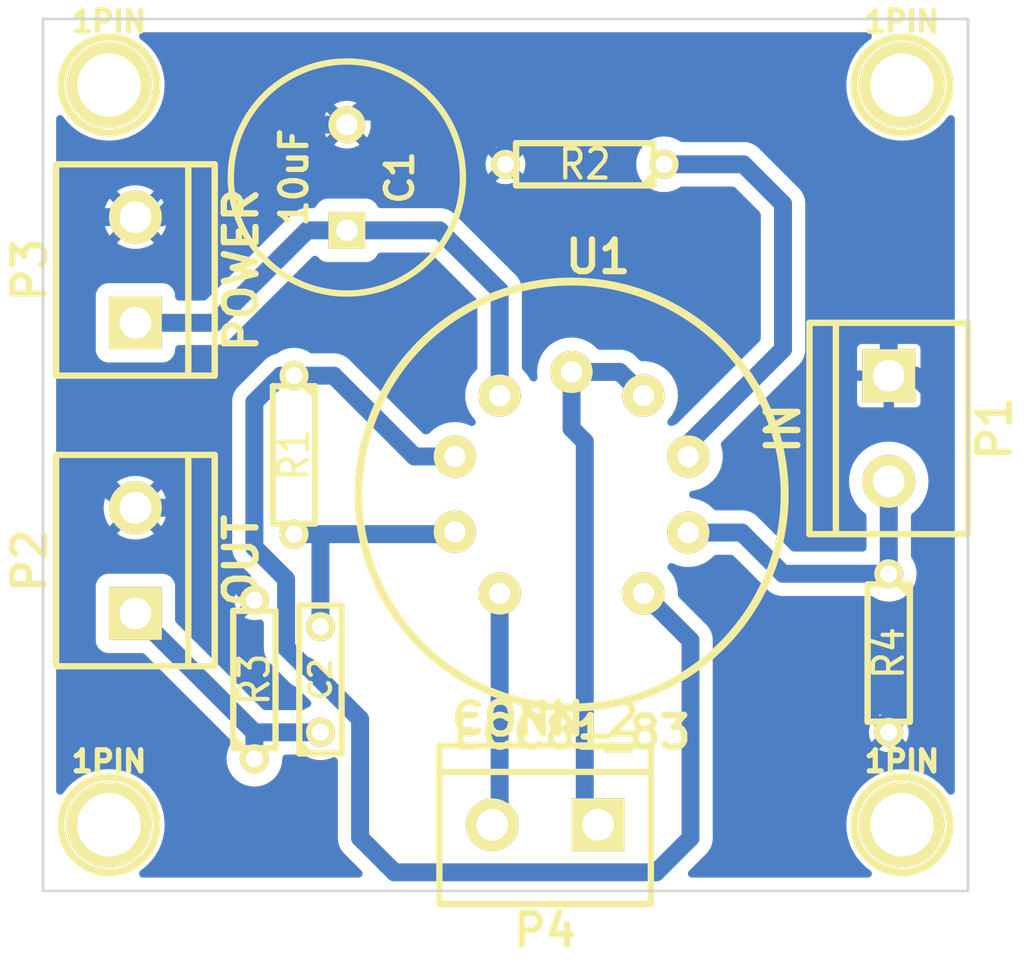
<source format=kicad_pcb>
(kicad_pcb (version 20221018) (generator pcbnew)
  (layers (0 "F.Cu" signal "Composant") (31 "B.Cu" signal "Cuivre") (34 "B.Paste" user "Dessous.Pate") (35 "F.Paste" user "Dessus.Pate") (36 "B.SilkS" user "Dessous.SilkS") (37 "F.SilkS" user "Dessus.SilkS") (38 "B.Mask" user "Dessous.Masque") (39 "F.Mask" user "Dessus.Masque") (44 "Edge.Cuts" user "Contours.Ci"))
  (net 0 "")
  (net 1 "GND")
  (net 2 "N-000001")
  (net 3 "N-000002")
  (net 4 "N-000004")
  (net 5 "N-000005")
  (net 6 "N-000006")
  (net 7 "N-000007")
  (net 8 "N-000008")
  (net 9 "N-000009")
  (footprint "R3" (layer "F.Cu") (at 135.89 111.76 -90)
    (fp_text reference "R1" (at 0 0 270) (layer "F.SilkS") (effects (font (size 1.397 1.27) (thickness 0.2032))))
    (fp_text value "1.5K" hide)
    (fp_line (start -3.81 0) (end -3.302 0) (stroke (width 0.3048)) (layer "F.SilkS"))
    (fp_line (start -3.302 -1.016) (end -3.302 1.016) (stroke (width 0.3048)) (layer "F.SilkS"))
    (fp_line (start -3.302 -0.508) (end -2.794 -1.016) (stroke (width 0.3048)) (layer "F.SilkS"))
    (fp_line (start -3.302 1.016) (end 3.302 1.016) (stroke (width 0.3048)) (layer "F.SilkS"))
    (fp_line (start 3.302 -1.016) (end -3.302 -1.016) (stroke (width 0.3048)) (layer "F.SilkS"))
    (fp_line (start 3.302 0) (end 3.302 -1.016) (stroke (width 0.3048)) (layer "F.SilkS"))
    (fp_line (start 3.302 1.016) (end 3.302 0) (stroke (width 0.3048)) (layer "F.SilkS"))
    (fp_line (start 3.81 0) (end 3.302 0) (stroke (width 0.3048)) (layer "F.SilkS"))
    (pad "1" thru_hole circle (at -3.81 0 270) (size 1.397 1.397) (drill 0.8128) (layers "*.Cu" "*.Mask" "F.SilkS") (net 2 "N-000001"))
    (pad "2" thru_hole circle (at 3.81 0 270) (size 1.397 1.397) (drill 0.8128) (layers "*.Cu" "*.Mask" "F.SilkS") (net 9 "N-000009"))
  )
  (footprint "R3" (layer "F.Cu") (at 149.86 97.79 180)
    (fp_text reference "R2" (at 0 0 180) (layer "F.SilkS") (effects (font (size 1.397 1.27) (thickness 0.2032))))
    (fp_text value "1.5K" hide)
    (fp_line (start -3.81 0) (end -3.302 0) (stroke (width 0.3048)) (layer "F.SilkS"))
    (fp_line (start -3.302 -1.016) (end -3.302 1.016) (stroke (width 0.3048)) (layer "F.SilkS"))
    (fp_line (start -3.302 -0.508) (end -2.794 -1.016) (stroke (width 0.3048)) (layer "F.SilkS"))
    (fp_line (start -3.302 1.016) (end 3.302 1.016) (stroke (width 0.3048)) (layer "F.SilkS"))
    (fp_line (start 3.302 -1.016) (end -3.302 -1.016) (stroke (width 0.3048)) (layer "F.SilkS"))
    (fp_line (start 3.302 0) (end 3.302 -1.016) (stroke (width 0.3048)) (layer "F.SilkS"))
    (fp_line (start 3.302 1.016) (end 3.302 0) (stroke (width 0.3048)) (layer "F.SilkS"))
    (fp_line (start 3.81 0) (end 3.302 0) (stroke (width 0.3048)) (layer "F.SilkS"))
    (pad "1" thru_hole circle (at -3.81 0 180) (size 1.397 1.397) (drill 0.8128) (layers "*.Cu" "*.Mask" "F.SilkS") (net 5 "N-000005"))
    (pad "2" thru_hole circle (at 3.81 0 180) (size 1.397 1.397) (drill 0.8128) (layers "*.Cu" "*.Mask" "F.SilkS") (net 1 "GND"))
  )
  (footprint "R3" (layer "F.Cu") (at 164.465 121.285 -90)
    (fp_text reference "R4" (at 0 0 270) (layer "F.SilkS") (effects (font (size 1.397 1.27) (thickness 0.2032))))
    (fp_text value "47K" hide)
    (fp_line (start -3.81 0) (end -3.302 0) (stroke (width 0.3048)) (layer "F.SilkS"))
    (fp_line (start -3.302 -1.016) (end -3.302 1.016) (stroke (width 0.3048)) (layer "F.SilkS"))
    (fp_line (start -3.302 -0.508) (end -2.794 -1.016) (stroke (width 0.3048)) (layer "F.SilkS"))
    (fp_line (start -3.302 1.016) (end 3.302 1.016) (stroke (width 0.3048)) (layer "F.SilkS"))
    (fp_line (start 3.302 -1.016) (end -3.302 -1.016) (stroke (width 0.3048)) (layer "F.SilkS"))
    (fp_line (start 3.302 0) (end 3.302 -1.016) (stroke (width 0.3048)) (layer "F.SilkS"))
    (fp_line (start 3.302 1.016) (end 3.302 0) (stroke (width 0.3048)) (layer "F.SilkS"))
    (fp_line (start 3.81 0) (end 3.302 0) (stroke (width 0.3048)) (layer "F.SilkS"))
    (pad "1" thru_hole circle (at -3.81 0 270) (size 1.397 1.397) (drill 0.8128) (layers "*.Cu" "*.Mask" "F.SilkS") (net 4 "N-000004"))
    (pad "2" thru_hole circle (at 3.81 0 270) (size 1.397 1.397) (drill 0.8128) (layers "*.Cu" "*.Mask" "F.SilkS") (net 1 "GND"))
  )
  (footprint "R3" (layer "F.Cu") (at 133.985 122.555 90)
    (fp_text reference "R3" (at 0 0 90) (layer "F.SilkS") (effects (font (size 1.397 1.27) (thickness 0.2032))))
    (fp_text value "100K" hide)
    (fp_line (start -3.81 0) (end -3.302 0) (stroke (width 0.3048)) (layer "F.SilkS"))
    (fp_line (start -3.302 -1.016) (end -3.302 1.016) (stroke (width 0.3048)) (layer "F.SilkS"))
    (fp_line (start -3.302 -0.508) (end -2.794 -1.016) (stroke (width 0.3048)) (layer "F.SilkS"))
    (fp_line (start -3.302 1.016) (end 3.302 1.016) (stroke (width 0.3048)) (layer "F.SilkS"))
    (fp_line (start 3.302 -1.016) (end -3.302 -1.016) (stroke (width 0.3048)) (layer "F.SilkS"))
    (fp_line (start 3.302 0) (end 3.302 -1.016) (stroke (width 0.3048)) (layer "F.SilkS"))
    (fp_line (start 3.302 1.016) (end 3.302 0) (stroke (width 0.3048)) (layer "F.SilkS"))
    (fp_line (start 3.81 0) (end 3.302 0) (stroke (width 0.3048)) (layer "F.SilkS"))
    (pad "1" thru_hole circle (at -3.81 0 90) (size 1.397 1.397) (drill 0.8128) (layers "*.Cu" "*.Mask" "F.SilkS") (net 6 "N-000006"))
    (pad "2" thru_hole circle (at 3.81 0 90) (size 1.397 1.397) (drill 0.8128) (layers "*.Cu" "*.Mask" "F.SilkS") (net 1 "GND"))
  )
  (footprint "C2" (layer "F.Cu") (at 137.16 122.555 90)
    (fp_text reference "C2" (at 0 0 90) (layer "F.SilkS") (effects (font (size 1.016 1.016) (thickness 0.2032))))
    (fp_text value "680nF" hide)
    (fp_line (start -3.556 -1.016) (end 3.556 -1.016) (stroke (width 0.3048)) (layer "F.SilkS"))
    (fp_line (start -3.556 -0.508) (end -3.048 -1.016) (stroke (width 0.3048)) (layer "F.SilkS"))
    (fp_line (start -3.556 1.016) (end -3.556 -1.016) (stroke (width 0.3048)) (layer "F.SilkS"))
    (fp_line (start 3.556 -1.016) (end 3.556 1.016) (stroke (width 0.3048)) (layer "F.SilkS"))
    (fp_line (start 3.556 1.016) (end -3.556 1.016) (stroke (width 0.3048)) (layer "F.SilkS"))
    (pad "1" thru_hole circle (at -2.54 0 90) (size 1.397 1.397) (drill 0.8128) (layers "*.Cu" "*.Mask" "F.SilkS") (net 6 "N-000006"))
    (pad "2" thru_hole circle (at 2.54 0 90) (size 1.397 1.397) (drill 0.8128) (layers "*.Cu" "*.Mask" "F.SilkS") (net 9 "N-000009"))
  )
  (footprint "bornier2" (layer "F.Cu") (at 164.465 110.49 -90)
    (fp_text reference "P1" (at 0 -5.08 270) (layer "F.SilkS") (effects (font (size 1.524 1.524) (thickness 0.3048))))
    (fp_text value "IN" (at 0 5.08 270) (layer "F.SilkS") (effects (font (size 1.524 1.524) (thickness 0.3048))))
    (fp_line (start -5.08 -3.81) (end -5.08 3.81) (stroke (width 0.3048)) (layer "F.SilkS"))
    (fp_line (start -5.08 3.81) (end 5.08 3.81) (stroke (width 0.3048)) (layer "F.SilkS"))
    (fp_line (start 5.08 -3.81) (end -5.08 -3.81) (stroke (width 0.3048)) (layer "F.SilkS"))
    (fp_line (start 5.08 2.54) (end -5.08 2.54) (stroke (width 0.3048)) (layer "F.SilkS"))
    (fp_line (start 5.08 3.81) (end 5.08 -3.81) (stroke (width 0.3048)) (layer "F.SilkS"))
    (pad "1" thru_hole rect (at -2.54 0 270) (size 2.54 2.54) (drill 1.524) (layers "*.Cu" "*.Mask" "F.SilkS") (net 1 "GND"))
    (pad "2" thru_hole circle (at 2.54 0 270) (size 2.54 2.54) (drill 1.524) (layers "*.Cu" "*.Mask" "F.SilkS") (net 4 "N-000004"))
  )
  (footprint "bornier2" (layer "F.Cu") (at 128.27 116.84 90)
    (fp_text reference "P2" (at 0 -5.08 90) (layer "F.SilkS") (effects (font (size 1.524 1.524) (thickness 0.3048))))
    (fp_text value "OUT" (at 0 5.08 90) (layer "F.SilkS") (effects (font (size 1.524 1.524) (thickness 0.3048))))
    (fp_line (start -5.08 -3.81) (end -5.08 3.81) (stroke (width 0.3048)) (layer "F.SilkS"))
    (fp_line (start -5.08 3.81) (end 5.08 3.81) (stroke (width 0.3048)) (layer "F.SilkS"))
    (fp_line (start 5.08 -3.81) (end -5.08 -3.81) (stroke (width 0.3048)) (layer "F.SilkS"))
    (fp_line (start 5.08 2.54) (end -5.08 2.54) (stroke (width 0.3048)) (layer "F.SilkS"))
    (fp_line (start 5.08 3.81) (end 5.08 -3.81) (stroke (width 0.3048)) (layer "F.SilkS"))
    (pad "1" thru_hole rect (at -2.54 0 90) (size 2.54 2.54) (drill 1.524) (layers "*.Cu" "*.Mask" "F.SilkS") (net 6 "N-000006"))
    (pad "2" thru_hole circle (at 2.54 0 90) (size 2.54 2.54) (drill 1.524) (layers "*.Cu" "*.Mask" "F.SilkS") (net 1 "GND"))
  )
  (footprint "bornier2" (layer "F.Cu") (at 128.27 102.87 90)
    (fp_text reference "P3" (at 0 -5.08 90) (layer "F.SilkS") (effects (font (size 1.524 1.524) (thickness 0.3048))))
    (fp_text value "POWER" (at 0 5.08 90) (layer "F.SilkS") (effects (font (size 1.524 1.524) (thickness 0.3048))))
    (fp_line (start -5.08 -3.81) (end -5.08 3.81) (stroke (width 0.3048)) (layer "F.SilkS"))
    (fp_line (start -5.08 3.81) (end 5.08 3.81) (stroke (width 0.3048)) (layer "F.SilkS"))
    (fp_line (start 5.08 -3.81) (end -5.08 -3.81) (stroke (width 0.3048)) (layer "F.SilkS"))
    (fp_line (start 5.08 2.54) (end -5.08 2.54) (stroke (width 0.3048)) (layer "F.SilkS"))
    (fp_line (start 5.08 3.81) (end 5.08 -3.81) (stroke (width 0.3048)) (layer "F.SilkS"))
    (pad "1" thru_hole rect (at -2.54 0 90) (size 2.54 2.54) (drill 1.524) (layers "*.Cu" "*.Mask" "F.SilkS") (net 8 "N-000008"))
    (pad "2" thru_hole circle (at 2.54 0 90) (size 2.54 2.54) (drill 1.524) (layers "*.Cu" "*.Mask" "F.SilkS") (net 1 "GND"))
  )
  (footprint "C2V10" (layer "F.Cu") (at 138.43 98.425 90)
    (fp_text reference "C1" (at 0 2.54 90) (layer "F.SilkS") (effects (font (size 1.27 1.27) (thickness 0.254))))
    (fp_text value "10uF" (at 0 -2.54 90) (layer "F.SilkS") (effects (font (size 1.27 1.27) (thickness 0.254))))
    (fp_circle (center 0 0) (end 4.826 -2.794) (stroke (width 0.3048)) (fill none) (layer "F.SilkS"))
    (pad "1" thru_hole rect (at -2.54 0 90) (size 1.778 1.778) (drill 1.016) (layers "*.Cu" "*.Mask" "F.SilkS") (net 8 "N-000008"))
    (pad "2" thru_hole circle (at 2.54 0 90) (size 1.778 1.778) (drill 1.016) (layers "*.Cu" "*.Mask" "F.SilkS") (net 1 "GND"))
  )
  (footprint "1pin" (layer "F.Cu") (at 127 93.98)
    (fp_text reference "1PIN" (at 0 -3.048) (layer "F.SilkS") (effects (font (size 1.016 1.016) (thickness 0.254))))
    (fp_text value "P***" hide)
    (fp_circle (center 0 0) (end 0 -2.286) (stroke (width 0.381)) (fill none) (layer "F.SilkS"))
    (pad "1" thru_hole circle (at 0 0) (size 4.064 4.064) (drill 3.048) (layers "*.Cu" "*.Mask" "F.SilkS"))
  )
  (footprint "1pin" (layer "F.Cu") (at 165.1 93.98)
    (fp_text reference "1PIN" (at 0 -3.048) (layer "F.SilkS") (effects (font (size 1.016 1.016) (thickness 0.254))))
    (fp_text value "P***" hide)
    (fp_circle (center 0 0) (end 0 -2.286) (stroke (width 0.381)) (fill none) (layer "F.SilkS"))
    (pad "1" thru_hole circle (at 0 0) (size 4.064 4.064) (drill 3.048) (layers "*.Cu" "*.Mask" "F.SilkS"))
  )
  (footprint "1pin" (layer "F.Cu") (at 165.1 129.54)
    (fp_text reference "1PIN" (at 0 -3.048) (layer "F.SilkS") (effects (font (size 1.016 1.016) (thickness 0.254))))
    (fp_text value "P***" hide)
    (fp_circle (center 0 0) (end 0 -2.286) (stroke (width 0.381)) (fill none) (layer "F.SilkS"))
    (pad "1" thru_hole circle (at 0 0) (size 4.064 4.064) (drill 3.048) (layers "*.Cu" "*.Mask" "F.SilkS"))
  )
  (footprint "1pin" (layer "F.Cu") (at 127 129.54)
    (fp_text reference "1PIN" (at 0 -3.048) (layer "F.SilkS") (effects (font (size 1.016 1.016) (thickness 0.254))))
    (fp_text value "P***" hide)
    (fp_circle (center 0 0) (end 0 -2.286) (stroke (width 0.381)) (fill none) (layer "F.SilkS"))
    (pad "1" thru_hole circle (at 0 0) (size 4.064 4.064) (drill 3.048) (layers "*.Cu" "*.Mask" "F.SilkS"))
  )
  (footprint "bornier2" (layer "F.Cu") (at 147.955 129.54 180)
    (fp_text reference "P4" (at 0 -5.08 180) (layer "F.SilkS") (effects (font (size 1.524 1.524) (thickness 0.3048))))
    (fp_text value "CONN_2" (at 0 5.08 180) (layer "F.SilkS") (effects (font (size 1.524 1.524) (thickness 0.3048))))
    (fp_line (start -5.08 -3.81) (end -5.08 3.81) (stroke (width 0.3048)) (layer "F.SilkS"))
    (fp_line (start -5.08 3.81) (end 5.08 3.81) (stroke (width 0.3048)) (layer "F.SilkS"))
    (fp_line (start 5.08 -3.81) (end -5.08 -3.81) (stroke (width 0.3048)) (layer "F.SilkS"))
    (fp_line (start 5.08 2.54) (end -5.08 2.54) (stroke (width 0.3048)) (layer "F.SilkS"))
    (fp_line (start 5.08 3.81) (end 5.08 -3.81) (stroke (width 0.3048)) (layer "F.SilkS"))
    (pad "1" thru_hole rect (at -2.54 0 180) (size 2.54 2.54) (drill 1.524) (layers "*.Cu" "*.Mask" "F.SilkS") (net 7 "N-000007"))
    (pad "2" thru_hole circle (at 2.54 0 180) (size 2.54 2.54) (drill 1.524) (layers "*.Cu" "*.Mask" "F.SilkS") (net 3 "N-000002"))
  )
  (footprint "ECC-83-1" (layer "F.Cu") (at 149.225 113.665)
    (fp_text reference "U1" (at 1.27 -11.43) (layer "F.SilkS") (effects (font (size 1.524 1.524) (thickness 0.3048))))
    (fp_text value "ECC81_83" (at 0 11.43) (layer "F.SilkS") (effects (font (size 1.524 1.524) (thickness 0.3048))))
    (fp_circle (center 0 0) (end 10.16 1.27) (stroke (width 0.381)) (fill none) (layer "F.SilkS"))
    (pad "1" thru_hole circle (at 3.4544 4.75488) (size 2.032 2.032) (drill 1.016) (layers "*.Cu" "*.Mask" "F.SilkS") (net 2 "N-000001"))
    (pad "2" thru_hole circle (at 5.60832 1.8288) (size 2.032 2.032) (drill 1.016) (layers "*.Cu" "*.Mask" "F.SilkS") (net 4 "N-000004"))
    (pad "3" thru_hole circle (at 5.60832 -1.8288) (size 2.032 2.032) (drill 1.016) (layers "*.Cu" "*.Mask" "F.SilkS") (net 5 "N-000005"))
    (pad "4" thru_hole circle (at 3.4544 -4.75488) (size 2.032 2.032) (drill 1.016) (layers "*.Cu" "*.Mask" "F.SilkS") (net 7 "N-000007"))
    (pad "5" thru_hole circle (at 0 -5.8928) (size 2.032 2.032) (drill 1.016) (layers "*.Cu" "*.Mask" "F.SilkS") (net 7 "N-000007"))
    (pad "6" thru_hole circle (at -3.4544 -4.75488) (size 2.032 2.032) (drill 1.016) (layers "*.Cu" "*.Mask" "F.SilkS") (net 8 "N-000008"))
    (pad "7" thru_hole circle (at -5.60832 -1.8288) (size 2.032 2.032) (drill 1.016) (layers "*.Cu" "*.Mask" "F.SilkS") (net 2 "N-000001"))
    (pad "8" thru_hole circle (at -5.60832 1.78816) (size 2.032 2.032) (drill 1.016) (layers "*.Cu" "*.Mask" "F.SilkS") (net 9 "N-000009"))
    (pad "9" thru_hole circle (at -3.4544 4.75488) (size 2.032 2.032) (drill 1.016) (layers "*.Cu" "*.Mask" "F.SilkS") (net 3 "N-000002"))
  )
  (gr_line (start 123.825 90.805) (end 123.825 132.715) (stroke (width 0.127)) (layer "Edge.Cuts"))
  (gr_line (start 168.275 90.805) (end 123.825 90.805) (stroke (width 0.127)) (layer "Edge.Cuts"))
  (gr_line (start 123.825 132.715) (end 168.275 132.715) (stroke (width 0.127)) (layer "Edge.Cuts"))
  (gr_line (start 168.275 90.805) (end 168.275 132.715) (stroke (width 0.127)) (layer "Edge.Cuts"))
  (segment (start 164.465 99.695) (end 164.465 107.95) (width 0.8636) (layer "B.Cu") (net 1))
  (segment (start 130.81 114.3) (end 132.08 115.57) (width 0.8636) (layer "B.Cu") (net 1))
  (segment (start 142.24 95.25) (end 146.05 95.25) (width 0.8636) (layer "B.Cu") (net 1))
  (segment (start 128.27 114.3) (end 130.81 114.3) (width 0.8636) (layer "B.Cu") (net 1))
  (segment (start 129.54 100.33) (end 133.985 95.885) (width 0.8636) (layer "B.Cu") (net 1))
  (segment (start 165.735 107.95) (end 167.005 109.22) (width 0.8636) (layer "B.Cu") (net 1))
  (segment (start 164.465 124.46) (end 167.005 121.92) (width 0.8636) (layer "B.Cu") (net 1))
  (segment (start 139.065 95.25) (end 142.24 95.25) (width 0.8636) (layer "B.Cu") (net 1))
  (segment (start 138.43 95.885) (end 139.065 95.25) (width 0.8636) (layer "B.Cu") (net 1))
  (segment (start 146.05 97.79) (end 146.05 95.25) (width 0.8636) (layer "B.Cu") (net 1))
  (segment (start 167.005 109.22) (end 167.005 121.92) (width 0.8636) (layer "B.Cu") (net 1))
  (segment (start 132.08 116.84) (end 133.985 118.745) (width 0.8636) (layer "B.Cu") (net 1))
  (segment (start 146.05 95.25) (end 148.59 95.25) (width 0.8636) (layer "B.Cu") (net 1))
  (segment (start 160.02 95.25) (end 164.465 99.695) (width 0.8636) (layer "B.Cu") (net 1))
  (segment (start 128.27 114.3) (end 125.73 112.60582) (width 0.8636) (layer "B.Cu") (net 1))
  (segment (start 128.27 100.33) (end 129.54 100.33) (width 0.8636) (layer "B.Cu") (net 1))
  (segment (start 148.59 95.25) (end 160.02 95.25) (width 0.8636) (layer "B.Cu") (net 1))
  (segment (start 128.27 100.33) (end 126.365 100.33) (width 0.8636) (layer "B.Cu") (net 1))
  (segment (start 164.465 107.95) (end 165.735 107.95) (width 0.8636) (layer "B.Cu") (net 1))
  (segment (start 125.73 100.965) (end 125.73 112.60582) (width 0.8636) (layer "B.Cu") (net 1))
  (segment (start 132.08 115.57) (end 132.08 116.84) (width 0.8636) (layer "B.Cu") (net 1))
  (segment (start 164.465 125.095) (end 164.465 124.46) (width 0.8636) (layer "B.Cu") (net 1))
  (segment (start 133.985 95.885) (end 138.43 95.885) (width 0.8636) (layer "B.Cu") (net 1))
  (segment (start 126.365 100.33) (end 125.73 100.965) (width 0.8636) (layer "B.Cu") (net 1))
  (segment (start 143.61668 111.8362) (end 141.6812 111.8362) (width 0.8636) (layer "B.Cu") (net 2))
  (segment (start 135.89 107.95) (end 137.795 107.95) (width 0.8636) (layer "B.Cu") (net 2))
  (segment (start 135.509 121.031) (end 135.509 117.729) (width 0.8636) (layer "B.Cu") (net 2))
  (segment (start 135.509 117.729) (end 133.985 116.205) (width 0.8636) (layer "B.Cu") (net 2))
  (segment (start 135.255 107.95) (end 133.985 109.22) (width 0.8636) (layer "B.Cu") (net 2))
  (segment (start 133.985 109.22) (end 133.985 116.205) (width 0.8636) (layer "B.Cu") (net 2))
  (segment (start 154.94 130.175) (end 154.94 121.31548) (width 0.8636) (layer "B.Cu") (net 2))
  (segment (start 154.94 120.68048) (end 152.6794 118.41988) (width 0.8636) (layer "B.Cu") (net 2))
  (segment (start 141.6812 111.8362) (end 137.795 107.95) (width 0.8636) (layer "B.Cu") (net 2))
  (segment (start 139.065 124.46) (end 139.065 130.175) (width 0.8636) (layer "B.Cu") (net 2))
  (segment (start 135.89 107.95) (end 135.255 107.95) (width 0.8636) (layer "B.Cu") (net 2))
  (segment (start 154.94 121.31548) (end 154.94 120.68048) (width 0.8636) (layer "B.Cu") (net 2))
  (segment (start 136.525 121.92) (end 139.065 124.46) (width 0.8636) (layer "B.Cu") (net 2))
  (segment (start 136.525 121.92) (end 136.398 121.92) (width 0.8636) (layer "B.Cu") (net 2))
  (segment (start 140.716 131.826) (end 153.289 131.826) (width 0.8636) (layer "B.Cu") (net 2))
  (segment (start 140.335 131.445) (end 140.716 131.826) (width 0.8636) (layer "B.Cu") (net 2))
  (segment (start 136.398 121.92) (end 135.509 121.031) (width 0.8636) (layer "B.Cu") (net 2))
  (segment (start 153.289 131.826) (end 154.94 130.175) (width 0.8636) (layer "B.Cu") (net 2))
  (segment (start 139.065 130.175) (end 140.335 131.445) (width 0.8636) (layer "B.Cu") (net 2))
  (segment (start 154.94 121.31548) (end 154.94 121.31548) (width 0.8636) (layer "B.Cu") (net 2))
  (segment (start 145.7706 129.1844) (end 145.415 129.54) (width 0.8636) (layer "B.Cu") (net 3))
  (segment (start 145.7706 118.41988) (end 145.7706 129.1844) (width 0.8636) (layer "B.Cu") (net 3))
  (segment (start 159.385 117.475) (end 164.465 117.475) (width 0.8636) (layer "B.Cu") (net 4))
  (segment (start 157.4038 115.4938) (end 159.385 117.475) (width 0.8636) (layer "B.Cu") (net 4))
  (segment (start 164.465 117.475) (end 164.465 113.03) (width 0.8636) (layer "B.Cu") (net 4))
  (segment (start 154.83332 115.4938) (end 157.4038 115.4938) (width 0.8636) (layer "B.Cu") (net 4))
  (segment (start 153.67 97.79) (end 157.48 97.79) (width 0.8636) (layer "B.Cu") (net 5))
  (segment (start 159.385 106.68) (end 159.385 99.695) (width 0.8636) (layer "B.Cu") (net 5))
  (segment (start 157.48 97.79) (end 159.385 99.695) (width 0.8636) (layer "B.Cu") (net 5))
  (segment (start 154.83332 111.8362) (end 154.83332 111.23168) (width 0.8636) (layer "B.Cu") (net 5))
  (segment (start 154.83332 111.23168) (end 159.385 106.68) (width 0.8636) (layer "B.Cu") (net 5))
  (segment (start 133.985 125.095) (end 128.27 119.38) (width 0.8636) (layer "B.Cu") (net 6))
  (segment (start 137.16 125.095) (end 133.985 125.095) (width 0.8636) (layer "B.Cu") (net 6))
  (segment (start 133.985 126.365) (end 133.985 125.095) (width 0.8636) (layer "B.Cu") (net 6))
  (segment (start 151.54148 107.7722) (end 152.6794 108.91012) (width 0.8636) (layer "B.Cu") (net 7))
  (segment (start 149.225 107.7722) (end 149.225 110.49) (width 0.8636) (layer "B.Cu") (net 7))
  (segment (start 149.225 110.49) (end 149.86 111.125) (width 0.8636) (layer "B.Cu") (net 7))
  (segment (start 149.86 128.905) (end 150.495 129.54) (width 0.8636) (layer "B.Cu") (net 7))
  (segment (start 149.225 107.7722) (end 151.54148 107.7722) (width 0.8636) (layer "B.Cu") (net 7))
  (segment (start 149.86 111.125) (end 149.86 128.905) (width 0.8636) (layer "B.Cu") (net 7))
  (segment (start 128.27 105.41) (end 132.08 105.41) (width 0.8636) (layer "B.Cu") (net 8))
  (segment (start 136.525 100.965) (end 135.255 102.235) (width 0.8636) (layer "B.Cu") (net 8))
  (segment (start 145.7706 103.8606) (end 142.875 100.965) (width 0.8636) (layer "B.Cu") (net 8))
  (segment (start 132.08 105.41) (end 135.255 102.235) (width 0.8636) (layer "B.Cu") (net 8))
  (segment (start 138.43 100.965) (end 136.525 100.965) (width 0.8636) (layer "B.Cu") (net 8))
  (segment (start 142.875 100.965) (end 138.43 100.965) (width 0.8636) (layer "B.Cu") (net 8))
  (segment (start 145.7706 108.91012) (end 145.7706 103.8606) (width 0.8636) (layer "B.Cu") (net 8))
  (segment (start 143.49984 115.57) (end 143.61668 115.45316) (width 0.8636) (layer "B.Cu") (net 9))
  (segment (start 137.16 115.57) (end 143.49984 115.57) (width 0.8636) (layer "B.Cu") (net 9))
  (segment (start 135.89 115.57) (end 137.16 115.57) (width 0.8636) (layer "B.Cu") (net 9))
  (segment (start 137.16 120.015) (end 137.16 115.57) (width 0.8636) (layer "B.Cu") (net 9))
  (zone (net 1) (net_name "GND") (layer "B.Cu") (connect_pads (clearance 0.635)) (min_thickness 0.381) (fill yes (thermal_gap 0.254) (thermal_bridge_width 0.50038))
    (polygon (pts (xy 167.64 132.08) (xy 167.64 91.44) (xy 124.46 91.44) (xy 124.46 132.08)))
  )
)
</source>
